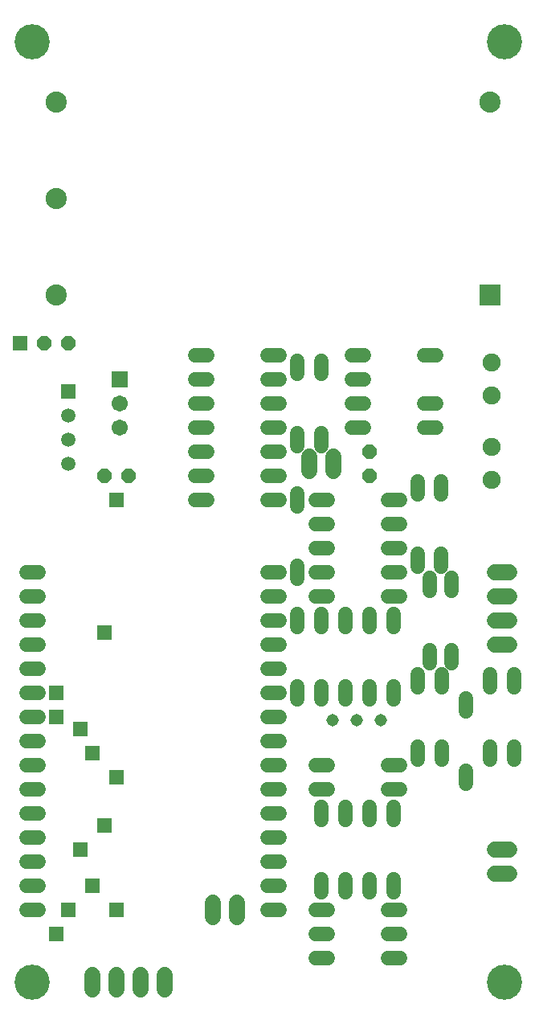
<source format=gbr>
G04 EAGLE Gerber RS-274X export*
G75*
%MOMM*%
%FSLAX34Y34*%
%LPD*%
%INSoldermask Top*%
%IPPOS*%
%AMOC8*
5,1,8,0,0,1.08239X$1,22.5*%
G01*
%ADD10C,3.703200*%
%ADD11P,1.640903X8X202.500000*%
%ADD12C,1.516000*%
%ADD13C,1.503200*%
%ADD14R,2.233200X2.233200*%
%ADD15C,2.233200*%
%ADD16R,1.703200X1.703200*%
%ADD17C,1.703200*%
%ADD18C,1.312800*%
%ADD19R,1.503200X1.503200*%
%ADD20C,1.503200*%
%ADD21C,1.727200*%
%ADD22C,1.903200*%
%ADD23P,1.640903X8X112.500000*%
%ADD24R,1.616000X1.616000*%


D10*
X25400Y25400D03*
X523240Y25400D03*
X25400Y1016000D03*
X523240Y1016000D03*
D11*
X63500Y698500D03*
X38100Y698500D03*
X127000Y558800D03*
X101600Y558800D03*
D12*
X533400Y273264D02*
X533400Y260136D01*
X533400Y336336D02*
X533400Y349464D01*
X508000Y349464D02*
X508000Y336336D01*
X508000Y273264D02*
X508000Y260136D01*
X412964Y431800D02*
X399836Y431800D01*
X336764Y431800D02*
X323636Y431800D01*
X444500Y437936D02*
X444500Y451064D01*
X444500Y374864D02*
X444500Y361736D01*
X455930Y539536D02*
X455930Y552664D01*
X455930Y476464D02*
X455930Y463336D01*
X467360Y451064D02*
X467360Y437936D01*
X467360Y374864D02*
X467360Y361736D01*
X330200Y336764D02*
X330200Y323636D01*
X355600Y323636D02*
X355600Y336764D01*
X355600Y399836D02*
X355600Y412964D01*
X330200Y412964D02*
X330200Y399836D01*
X381000Y336764D02*
X381000Y323636D01*
X406400Y323636D02*
X406400Y336764D01*
X381000Y399836D02*
X381000Y412964D01*
X406400Y412964D02*
X406400Y399836D01*
X330200Y133564D02*
X330200Y120436D01*
X355600Y120436D02*
X355600Y133564D01*
X355600Y196636D02*
X355600Y209764D01*
X330200Y209764D02*
X330200Y196636D01*
X381000Y133564D02*
X381000Y120436D01*
X406400Y120436D02*
X406400Y133564D01*
X381000Y196636D02*
X381000Y209764D01*
X406400Y209764D02*
X406400Y196636D01*
X285964Y533400D02*
X272836Y533400D01*
X272836Y558800D02*
X285964Y558800D01*
X285964Y685800D02*
X272836Y685800D01*
X209764Y685800D02*
X196636Y685800D01*
X272836Y584200D02*
X285964Y584200D01*
X285964Y609600D02*
X272836Y609600D01*
X272836Y660400D02*
X285964Y660400D01*
X285964Y635000D02*
X272836Y635000D01*
X209764Y660400D02*
X196636Y660400D01*
X196636Y635000D02*
X209764Y635000D01*
X209764Y609600D02*
X196636Y609600D01*
X196636Y584200D02*
X209764Y584200D01*
X209764Y558800D02*
X196636Y558800D01*
X196636Y533400D02*
X209764Y533400D01*
D13*
X361800Y685800D02*
X374800Y685800D01*
X374800Y660400D02*
X361800Y660400D01*
X361800Y635000D02*
X374800Y635000D01*
X374800Y609600D02*
X361800Y609600D01*
X438000Y609600D02*
X451000Y609600D01*
X451000Y635000D02*
X438000Y635000D01*
X438000Y685800D02*
X451000Y685800D01*
D14*
X508000Y748900D03*
D15*
X508000Y952100D03*
X50800Y850500D03*
X50800Y748900D03*
X50800Y952100D03*
D16*
X117200Y660400D03*
D17*
X117200Y635000D03*
X117200Y609600D03*
D12*
X330200Y666536D02*
X330200Y679664D01*
X330200Y603464D02*
X330200Y590336D01*
X323636Y254000D02*
X336764Y254000D01*
X399836Y254000D02*
X412964Y254000D01*
X431800Y260136D02*
X431800Y273264D01*
X431800Y336336D02*
X431800Y349464D01*
X412964Y508000D02*
X399836Y508000D01*
X336764Y508000D02*
X323636Y508000D01*
X399836Y457200D02*
X412964Y457200D01*
X336764Y457200D02*
X323636Y457200D01*
X431800Y539536D02*
X431800Y552664D01*
X431800Y476464D02*
X431800Y463336D01*
X412964Y482600D02*
X399836Y482600D01*
X336764Y482600D02*
X323636Y482600D01*
X399836Y533400D02*
X412964Y533400D01*
X336764Y533400D02*
X323636Y533400D01*
X304800Y412964D02*
X304800Y399836D01*
X304800Y336764D02*
X304800Y323636D01*
D18*
X392430Y300990D03*
X367030Y300990D03*
X341630Y300990D03*
D12*
X482600Y247864D02*
X482600Y234736D01*
X482600Y310936D02*
X482600Y324064D01*
X412964Y50800D02*
X399836Y50800D01*
X336764Y50800D02*
X323636Y50800D01*
X323636Y76200D02*
X336764Y76200D01*
X399836Y76200D02*
X412964Y76200D01*
X336764Y101600D02*
X323636Y101600D01*
X399836Y101600D02*
X412964Y101600D01*
X412964Y228600D02*
X399836Y228600D01*
X336764Y228600D02*
X323636Y228600D01*
D19*
X63500Y647700D03*
D20*
X63500Y622300D03*
X63500Y596900D03*
X63500Y571500D03*
D12*
X31964Y457200D02*
X18836Y457200D01*
X18836Y431800D02*
X31964Y431800D01*
X31964Y406400D02*
X18836Y406400D01*
X18836Y381000D02*
X31964Y381000D01*
X31964Y355600D02*
X18836Y355600D01*
X18836Y330200D02*
X31964Y330200D01*
X31964Y304800D02*
X18836Y304800D01*
X18836Y279400D02*
X31964Y279400D01*
X31964Y254000D02*
X18836Y254000D01*
X18836Y228600D02*
X31964Y228600D01*
X31964Y203200D02*
X18836Y203200D01*
X18836Y177800D02*
X31964Y177800D01*
X31964Y152400D02*
X18836Y152400D01*
X18836Y127000D02*
X31964Y127000D01*
X31964Y101600D02*
X18836Y101600D01*
X272836Y101600D02*
X285964Y101600D01*
X285964Y127000D02*
X272836Y127000D01*
X272836Y152400D02*
X285964Y152400D01*
X285964Y177800D02*
X272836Y177800D01*
X272836Y203200D02*
X285964Y203200D01*
X285964Y228600D02*
X272836Y228600D01*
X272836Y254000D02*
X285964Y254000D01*
X285964Y279400D02*
X272836Y279400D01*
X272836Y304800D02*
X285964Y304800D01*
X285964Y330200D02*
X272836Y330200D01*
X272836Y355600D02*
X285964Y355600D01*
X285964Y381000D02*
X272836Y381000D01*
X272836Y406400D02*
X285964Y406400D01*
X285964Y431800D02*
X272836Y431800D01*
X272836Y457200D02*
X285964Y457200D01*
D21*
X513080Y165100D02*
X528320Y165100D01*
X528320Y139700D02*
X513080Y139700D01*
X513080Y431800D02*
X528320Y431800D01*
X528320Y406400D02*
X513080Y406400D01*
X513080Y381000D02*
X528320Y381000D01*
X528320Y457200D02*
X513080Y457200D01*
D22*
X509000Y642900D03*
X509000Y677900D03*
X509000Y554000D03*
X509000Y589000D03*
D21*
X342900Y579120D02*
X342900Y563880D01*
X317500Y563880D02*
X317500Y579120D01*
D12*
X304800Y590336D02*
X304800Y603464D01*
X304800Y666536D02*
X304800Y679664D01*
X304800Y539964D02*
X304800Y526836D01*
X304800Y463764D02*
X304800Y450636D01*
D23*
X381000Y558800D03*
X381000Y584200D03*
D21*
X241300Y109220D02*
X241300Y93980D01*
X215900Y93980D02*
X215900Y109220D01*
D12*
X457200Y336336D02*
X457200Y349464D01*
X457200Y273264D02*
X457200Y260136D01*
D21*
X139700Y33020D02*
X139700Y17780D01*
X114300Y17780D02*
X114300Y33020D01*
X88900Y33020D02*
X88900Y17780D01*
X165100Y17780D02*
X165100Y33020D01*
D24*
X88900Y127000D03*
X88900Y266700D03*
X114300Y101600D03*
X114300Y241300D03*
X114300Y533400D03*
X101600Y190500D03*
X101600Y393700D03*
X12700Y698500D03*
X76200Y292100D03*
X76200Y165100D03*
X63500Y101600D03*
X50800Y330200D03*
X50800Y304800D03*
X50800Y76200D03*
M02*

</source>
